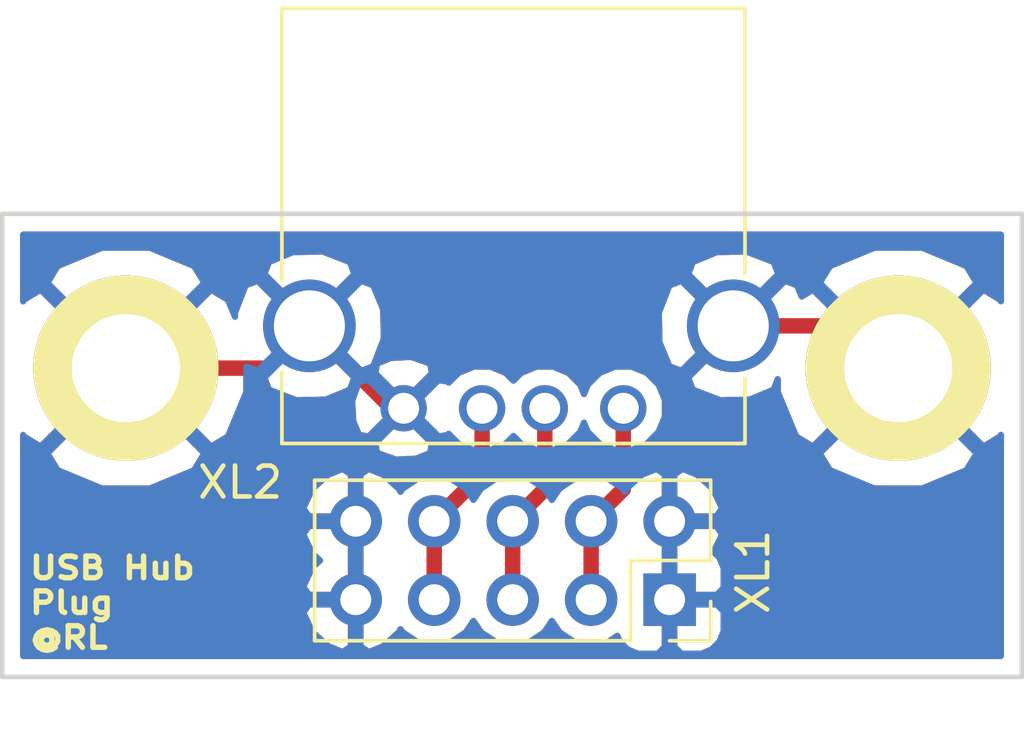
<source format=kicad_pcb>
(kicad_pcb (version 4) (host pcbnew 4.0.2-stable)

  (general
    (links 14)
    (no_connects 0)
    (area 126.924999 88.65 177 131.700001)
    (thickness 1.6)
    (drawings 9)
    (tracks 21)
    (zones 0)
    (modules 4)
    (nets 5)
  )

  (page A4)
  (layers
    (0 F.Cu signal)
    (31 B.Cu signal)
    (32 B.Adhes user)
    (33 F.Adhes user)
    (34 B.Paste user)
    (35 F.Paste user)
    (36 B.SilkS user)
    (37 F.SilkS user)
    (38 B.Mask user)
    (39 F.Mask user)
    (40 Dwgs.User user hide)
    (41 Cmts.User user)
    (42 Eco1.User user)
    (43 Eco2.User user)
    (44 Edge.Cuts user)
    (45 Margin user)
    (46 B.CrtYd user)
    (47 F.CrtYd user)
    (48 B.Fab user)
    (49 F.Fab user)
  )

  (setup
    (last_trace_width 0.25)
    (trace_clearance 0.1)
    (zone_clearance 0.5)
    (zone_45_only no)
    (trace_min 0.2)
    (segment_width 0.2)
    (edge_width 0.15)
    (via_size 0.8)
    (via_drill 0.4)
    (via_min_size 0.4)
    (via_min_drill 0.3)
    (uvia_size 0.7)
    (uvia_drill 0.3)
    (uvias_allowed no)
    (uvia_min_size 0.2)
    (uvia_min_drill 0.1)
    (pcb_text_width 0.3)
    (pcb_text_size 1.5 1.5)
    (mod_edge_width 0.15)
    (mod_text_size 1 1)
    (mod_text_width 0.15)
    (pad_size 1.524 1.524)
    (pad_drill 0.762)
    (pad_to_mask_clearance 0.2)
    (aux_axis_origin 0 0)
    (visible_elements FFFFFF7F)
    (pcbplotparams
      (layerselection 0x000f0_80000001)
      (usegerberextensions false)
      (excludeedgelayer false)
      (linewidth 0.100000)
      (plotframeref false)
      (viasonmask false)
      (mode 1)
      (useauxorigin false)
      (hpglpennumber 1)
      (hpglpenspeed 20)
      (hpglpendiameter 15)
      (hpglpenoverlay 2)
      (psnegative false)
      (psa4output false)
      (plotreference true)
      (plotvalue true)
      (plotinvisibletext false)
      (padsonsilk false)
      (subtractmaskfromsilk false)
      (outputformat 1)
      (mirror false)
      (drillshape 0)
      (scaleselection 1)
      (outputdirectory gerber/))
  )

  (net 0 "")
  (net 1 GND)
  (net 2 +5V)
  (net 3 /DM)
  (net 4 /DP)

  (net_class Default "This is the default net class."
    (clearance 0.1)
    (trace_width 0.25)
    (via_dia 0.8)
    (via_drill 0.4)
    (uvia_dia 0.7)
    (uvia_drill 0.3)
  )

  (net_class Wide ""
    (clearance 0.2)
    (trace_width 0.5)
    (via_dia 0.8)
    (via_drill 0.4)
    (uvia_dia 0.3)
    (uvia_drill 0.1)
    (add_net +5V)
    (add_net /DM)
    (add_net /DP)
    (add_net GND)
  )

  (module PCB:Hole3_5_out6mm (layer F.Cu) (tedit 551FD511) (tstamp 5B76A873)
    (at 156 107)
    (path /5B76A779)
    (fp_text reference HOLE1 (at 0 3.2004) (layer F.SilkS) hide
      (effects (font (size 0.127 0.127) (thickness 0.00254)))
    )
    (fp_text value HOLE_METALLED (at -0.09906 -3.2004) (layer F.SilkS)
      (effects (font (size 0.127 0.127) (thickness 0.00254)))
    )
    (pad H thru_hole circle (at 0 0) (size 6 6) (drill 3.5) (layers *.Cu *.Mask F.SilkS)
      (net 1 GND))
  )

  (module PCB:Hole3_5_out6mm (layer F.Cu) (tedit 551FD511) (tstamp 5B76A878)
    (at 131 107)
    (path /5B76A6D6)
    (fp_text reference HOLE2 (at 0 3.2004) (layer F.SilkS) hide
      (effects (font (size 0.127 0.127) (thickness 0.00254)))
    )
    (fp_text value HOLE_METALLED (at -0.09906 -3.2004) (layer F.SilkS)
      (effects (font (size 0.127 0.127) (thickness 0.00254)))
    )
    (pad H thru_hole circle (at 0 0) (size 6 6) (drill 3.5) (layers *.Cu *.Mask F.SilkS)
      (net 1 GND))
  )

  (module Socket_Strips:Socket_Strip_Straight_2x05_Pitch2.54mm (layer F.Cu) (tedit 5B76AB68) (tstamp 5B76A886)
    (at 148.6 114.5 270)
    (descr "Through hole straight socket strip, 2x05, 2.54mm pitch, double rows")
    (tags "Through hole socket strip THT 2x05 2.54mm double row")
    (path /5B76A7D2)
    (fp_text reference XL1 (at -0.9 -2.7 270) (layer F.SilkS)
      (effects (font (size 1 1) (thickness 0.15)))
    )
    (fp_text value CONN_10 (at 3.4 10.5 360) (layer F.Fab)
      (effects (font (size 1 1) (thickness 0.15)))
    )
    (fp_line (start -3.81 -1.27) (end -3.81 11.43) (layer F.Fab) (width 0.1))
    (fp_line (start -3.81 11.43) (end 1.27 11.43) (layer F.Fab) (width 0.1))
    (fp_line (start 1.27 11.43) (end 1.27 -1.27) (layer F.Fab) (width 0.1))
    (fp_line (start 1.27 -1.27) (end -3.81 -1.27) (layer F.Fab) (width 0.1))
    (fp_line (start 1.33 1.27) (end 1.33 11.49) (layer F.SilkS) (width 0.12))
    (fp_line (start 1.33 11.49) (end -3.87 11.49) (layer F.SilkS) (width 0.12))
    (fp_line (start -3.87 11.49) (end -3.87 -1.33) (layer F.SilkS) (width 0.12))
    (fp_line (start -3.87 -1.33) (end -1.27 -1.33) (layer F.SilkS) (width 0.12))
    (fp_line (start -1.27 -1.33) (end -1.27 1.27) (layer F.SilkS) (width 0.12))
    (fp_line (start -1.27 1.27) (end 1.33 1.27) (layer F.SilkS) (width 0.12))
    (fp_line (start 1.33 0) (end 1.33 -1.33) (layer F.SilkS) (width 0.12))
    (fp_line (start 1.33 -1.33) (end 0.06 -1.33) (layer F.SilkS) (width 0.12))
    (fp_line (start -4.35 -1.8) (end -4.35 11.95) (layer F.CrtYd) (width 0.05))
    (fp_line (start -4.35 11.95) (end 1.8 11.95) (layer F.CrtYd) (width 0.05))
    (fp_line (start 1.8 11.95) (end 1.8 -1.8) (layer F.CrtYd) (width 0.05))
    (fp_line (start 1.8 -1.8) (end -4.35 -1.8) (layer F.CrtYd) (width 0.05))
    (fp_text user %R (at 3.4 5.4 360) (layer F.Fab)
      (effects (font (size 1 1) (thickness 0.15)))
    )
    (pad 1 thru_hole rect (at 0 0 270) (size 1.7 1.7) (drill 1) (layers *.Cu *.Mask)
      (net 1 GND))
    (pad 2 thru_hole oval (at -2.54 0 270) (size 1.7 1.7) (drill 1) (layers *.Cu *.Mask)
      (net 1 GND))
    (pad 3 thru_hole oval (at 0 2.54 270) (size 1.7 1.7) (drill 1) (layers *.Cu *.Mask)
      (net 2 +5V))
    (pad 4 thru_hole oval (at -2.54 2.54 270) (size 1.7 1.7) (drill 1) (layers *.Cu *.Mask)
      (net 2 +5V))
    (pad 5 thru_hole oval (at 0 5.08 270) (size 1.7 1.7) (drill 1) (layers *.Cu *.Mask)
      (net 3 /DM))
    (pad 6 thru_hole oval (at -2.54 5.08 270) (size 1.7 1.7) (drill 1) (layers *.Cu *.Mask)
      (net 3 /DM))
    (pad 7 thru_hole oval (at 0 7.62 270) (size 1.7 1.7) (drill 1) (layers *.Cu *.Mask)
      (net 4 /DP))
    (pad 8 thru_hole oval (at -2.54 7.62 270) (size 1.7 1.7) (drill 1) (layers *.Cu *.Mask)
      (net 4 /DP))
    (pad 9 thru_hole oval (at 0 10.16 270) (size 1.7 1.7) (drill 1) (layers *.Cu *.Mask)
      (net 1 GND))
    (pad 10 thru_hole oval (at -2.54 10.16 270) (size 1.7 1.7) (drill 1) (layers *.Cu *.Mask)
      (net 1 GND))
    (model ${KISYS3DMOD}/Socket_Strips.3dshapes/Socket_Strip_Straight_2x05_Pitch2.54mm.wrl
      (at (xyz -0.05 -0.2 0))
      (scale (xyz 1 1 1))
      (rotate (xyz 0 0 270))
    )
  )

  (module Connect:USB_A (layer F.Cu) (tedit 5B76AB6C) (tstamp 5B76A890)
    (at 147.1 108.3 180)
    (descr "USB A connector")
    (tags "USB USB_A")
    (path /5B76A638)
    (fp_text reference XL2 (at 12.4 -2.4 180) (layer F.SilkS)
      (effects (font (size 1 1) (thickness 0.15)))
    )
    (fp_text value USB_A (at 3.84 7.44 180) (layer F.Fab)
      (effects (font (size 1 1) (thickness 0.15)))
    )
    (fp_line (start -5.3 13.2) (end -5.3 -1.4) (layer F.CrtYd) (width 0.05))
    (fp_line (start 11.95 -1.4) (end 11.95 13.2) (layer F.CrtYd) (width 0.05))
    (fp_line (start -5.3 13.2) (end 11.95 13.2) (layer F.CrtYd) (width 0.05))
    (fp_line (start -5.3 -1.4) (end 11.95 -1.4) (layer F.CrtYd) (width 0.05))
    (fp_line (start 11.05 -1.14) (end 11.05 1.19) (layer F.SilkS) (width 0.12))
    (fp_line (start -3.94 -1.14) (end -3.94 0.98) (layer F.SilkS) (width 0.12))
    (fp_line (start 11.05 -1.14) (end -3.94 -1.14) (layer F.SilkS) (width 0.12))
    (fp_line (start 11.05 12.95) (end -3.94 12.95) (layer F.SilkS) (width 0.12))
    (fp_line (start 11.05 4.15) (end 11.05 12.95) (layer F.SilkS) (width 0.12))
    (fp_line (start -3.94 4.35) (end -3.94 12.95) (layer F.SilkS) (width 0.12))
    (pad 4 thru_hole circle (at 7.11 0 90) (size 1.5 1.5) (drill 1) (layers *.Cu *.Mask)
      (net 1 GND))
    (pad 3 thru_hole circle (at 4.57 0 90) (size 1.5 1.5) (drill 1) (layers *.Cu *.Mask)
      (net 4 /DP))
    (pad 2 thru_hole circle (at 2.54 0 90) (size 1.5 1.5) (drill 1) (layers *.Cu *.Mask)
      (net 3 /DM))
    (pad 1 thru_hole circle (at 0 0 90) (size 1.5 1.5) (drill 1) (layers *.Cu *.Mask)
      (net 2 +5V))
    (pad 5 thru_hole circle (at 10.16 2.67 90) (size 3 3) (drill 2.3) (layers *.Cu *.Mask)
      (net 1 GND))
    (pad 5 thru_hole circle (at -3.56 2.67 90) (size 3 3) (drill 2.3) (layers *.Cu *.Mask)
      (net 1 GND))
    (model ${KISYS3DMOD}/Connectors.3dshapes/USB_A.wrl
      (at (xyz 0.14 0 0))
      (scale (xyz 1 1 1))
      (rotate (xyz 0 0 90))
    )
  )

  (gr_text "USB Hub\nPlug\n@RL" (at 127.8 114.6) (layer F.SilkS)
    (effects (font (size 0.7 0.8) (thickness 0.175)) (justify left))
  )
  (gr_line (start 160 117) (end 160 102) (angle 90) (layer Edge.Cuts) (width 0.15))
  (gr_line (start 127 117) (end 127 102) (angle 90) (layer Edge.Cuts) (width 0.15))
  (gr_line (start 127 117) (end 160 117) (angle 90) (layer Edge.Cuts) (width 0.15))
  (dimension 33 (width 0.3) (layer Dwgs.User)
    (gr_text "33,000 mm" (at 143.5 130.35) (layer Dwgs.User)
      (effects (font (size 1.5 1.5) (thickness 0.3)))
    )
    (feature1 (pts (xy 160 102) (xy 160 131.7)))
    (feature2 (pts (xy 127 102) (xy 127 131.7)))
    (crossbar (pts (xy 127 129) (xy 160 129)))
    (arrow1a (pts (xy 160 129) (xy 158.873496 129.586421)))
    (arrow1b (pts (xy 160 129) (xy 158.873496 128.413579)))
    (arrow2a (pts (xy 127 129) (xy 128.126504 129.586421)))
    (arrow2b (pts (xy 127 129) (xy 128.126504 128.413579)))
  )
  (dimension 15 (width 0.3) (layer Dwgs.User)
    (gr_text "15,000 mm" (at 170.35 109.5 270) (layer Dwgs.User)
      (effects (font (size 1.5 1.5) (thickness 0.3)))
    )
    (feature1 (pts (xy 127 117) (xy 171.7 117)))
    (feature2 (pts (xy 127 102) (xy 171.7 102)))
    (crossbar (pts (xy 169 102) (xy 169 117)))
    (arrow1a (pts (xy 169 117) (xy 168.413579 115.873496)))
    (arrow1b (pts (xy 169 117) (xy 169.586421 115.873496)))
    (arrow2a (pts (xy 169 102) (xy 168.413579 103.126504)))
    (arrow2b (pts (xy 169 102) (xy 169.586421 103.126504)))
  )
  (gr_line (start 127 102) (end 160 102) (angle 90) (layer Edge.Cuts) (width 0.15))
  (dimension 12.5 (width 0.3) (layer Dwgs.User)
    (gr_text "12,500 mm" (at 137.25 90.15) (layer Dwgs.User)
      (effects (font (size 1.5 1.5) (thickness 0.3)))
    )
    (feature1 (pts (xy 143.5 107) (xy 143.5 88.8)))
    (feature2 (pts (xy 131 107) (xy 131 88.8)))
    (crossbar (pts (xy 131 91.5) (xy 143.5 91.5)))
    (arrow1a (pts (xy 143.5 91.5) (xy 142.373496 92.086421)))
    (arrow1b (pts (xy 143.5 91.5) (xy 142.373496 90.913579)))
    (arrow2a (pts (xy 131 91.5) (xy 132.126504 92.086421)))
    (arrow2b (pts (xy 131 91.5) (xy 132.126504 90.913579)))
  )
  (dimension 25 (width 0.3) (layer Dwgs.User)
    (gr_text "25,000 mm" (at 143.5 123.35) (layer Dwgs.User)
      (effects (font (size 1.5 1.5) (thickness 0.3)))
    )
    (feature1 (pts (xy 156 107) (xy 156 124.7)))
    (feature2 (pts (xy 131 107) (xy 131 124.7)))
    (crossbar (pts (xy 131 122) (xy 156 122)))
    (arrow1a (pts (xy 156 122) (xy 154.873496 122.586421)))
    (arrow1b (pts (xy 156 122) (xy 154.873496 121.413579)))
    (arrow2a (pts (xy 131 122) (xy 132.126504 122.586421)))
    (arrow2b (pts (xy 131 122) (xy 132.126504 121.413579)))
  )

  (segment (start 148.6 111.96) (end 151.04 111.96) (width 0.5) (layer F.Cu) (net 1) (status 400000))
  (segment (start 151.04 111.96) (end 156 107) (width 0.5) (layer F.Cu) (net 1) (tstamp 5B76AA19) (status 800000))
  (segment (start 148.6 114.5) (end 148.6 111.96) (width 0.5) (layer F.Cu) (net 1) (status C00000))
  (segment (start 138.44 111.96) (end 138.44 114.5) (width 0.5) (layer F.Cu) (net 1) (status C00000))
  (segment (start 138.44 111.96) (end 138.44 109.85) (width 0.5) (layer F.Cu) (net 1) (status 400000))
  (segment (start 138.44 109.85) (end 139.99 108.3) (width 0.5) (layer F.Cu) (net 1) (tstamp 5B76AA12) (status 800000))
  (segment (start 139.99 108.3) (end 139.61 108.3) (width 0.5) (layer F.Cu) (net 1) (status C00000))
  (segment (start 139.61 108.3) (end 136.94 105.63) (width 0.5) (layer F.Cu) (net 1) (tstamp 5B76AA0F) (status C00000))
  (segment (start 150.66 105.63) (end 154.63 105.63) (width 0.5) (layer F.Cu) (net 1) (status C00000))
  (segment (start 154.63 105.63) (end 156 107) (width 0.5) (layer F.Cu) (net 1) (tstamp 5B76AA0A) (status C00000))
  (segment (start 131 107) (end 135.57 107) (width 0.5) (layer F.Cu) (net 1) (status 400000))
  (segment (start 135.57 107) (end 136.94 105.63) (width 0.5) (layer F.Cu) (net 1) (tstamp 5B76AA05) (status 800000))
  (segment (start 146.06 114.5) (end 146.06 111.96) (width 0.5) (layer F.Cu) (net 2) (status C00000))
  (segment (start 146.06 111.96) (end 147.1 110.92) (width 0.5) (layer F.Cu) (net 2) (tstamp 5B76AA27) (status 400000))
  (segment (start 147.1 110.92) (end 147.1 108.3) (width 0.5) (layer F.Cu) (net 2) (tstamp 5B76AA28) (status 800000))
  (segment (start 143.52 114.5) (end 143.52 111.96) (width 0.5) (layer F.Cu) (net 3) (status C00000))
  (segment (start 143.52 111.96) (end 144.56 110.92) (width 0.5) (layer F.Cu) (net 3) (tstamp 5B76AAB0) (status 400000))
  (segment (start 144.56 110.92) (end 144.56 108.3) (width 0.5) (layer F.Cu) (net 3) (tstamp 5B76AAB1) (status 800000))
  (segment (start 140.98 114.5) (end 140.98 111.96) (width 0.5) (layer F.Cu) (net 4) (status C00000))
  (segment (start 140.98 111.96) (end 142.53 110.41) (width 0.5) (layer F.Cu) (net 4) (tstamp 5B76AAAC) (status 400000))
  (segment (start 142.53 110.41) (end 142.53 108.3) (width 0.5) (layer F.Cu) (net 4) (tstamp 5B76AAAD) (status 800000))

  (zone (net 1) (net_name GND) (layer F.Cu) (tstamp 5B76AA48) (hatch edge 0.508)
    (connect_pads (clearance 0.5))
    (min_thickness 0.2)
    (fill yes (arc_segments 16) (thermal_gap 0.8) (thermal_bridge_width 0.508))
    (polygon
      (pts
        (xy 127 102) (xy 160 102) (xy 160 117) (xy 127 117)
      )
    )
    (filled_polygon
      (pts
        (xy 159.325 104.835053) (xy 159.307436 104.792586) (xy 159.305086 104.789069) (xy 158.759303 104.458486) (xy 156.217789 107)
        (xy 158.759303 109.541514) (xy 159.305086 109.210931) (xy 159.325 109.162927) (xy 159.325 116.325) (xy 127.675 116.325)
        (xy 127.675 114.924804) (xy 136.742332 114.924804) (xy 137.034125 115.542137) (xy 137.539949 116.000814) (xy 138.015198 116.197658)
        (xy 138.286 116.017204) (xy 138.286 114.654) (xy 136.921779 114.654) (xy 136.742332 114.924804) (xy 127.675 114.924804)
        (xy 127.675 112.384804) (xy 136.742332 112.384804) (xy 137.034125 113.002137) (xy 137.28541 113.23) (xy 137.034125 113.457863)
        (xy 136.742332 114.075196) (xy 136.921779 114.346) (xy 138.286 114.346) (xy 138.286 112.114) (xy 136.921779 112.114)
        (xy 136.742332 112.384804) (xy 127.675 112.384804) (xy 127.675 111.535196) (xy 136.742332 111.535196) (xy 136.921779 111.806)
        (xy 138.286 111.806) (xy 138.286 110.442796) (xy 138.594 110.442796) (xy 138.594 111.806) (xy 138.614 111.806)
        (xy 138.614 112.114) (xy 138.594 112.114) (xy 138.594 114.346) (xy 138.614 114.346) (xy 138.614 114.654)
        (xy 138.594 114.654) (xy 138.594 116.017204) (xy 138.864802 116.197658) (xy 139.340051 116.000814) (xy 139.845875 115.542137)
        (xy 139.887756 115.453531) (xy 139.954695 115.553712) (xy 140.425109 115.868032) (xy 140.98 115.978407) (xy 141.534891 115.868032)
        (xy 142.005305 115.553712) (xy 142.25 115.187499) (xy 142.494695 115.553712) (xy 142.965109 115.868032) (xy 143.52 115.978407)
        (xy 144.074891 115.868032) (xy 144.545305 115.553712) (xy 144.79 115.187499) (xy 145.034695 115.553712) (xy 145.505109 115.868032)
        (xy 146.06 115.978407) (xy 146.614891 115.868032) (xy 146.909018 115.671503) (xy 146.987017 115.859809) (xy 147.240191 116.112983)
        (xy 147.570979 116.25) (xy 148.221 116.25) (xy 148.446 116.025) (xy 148.446 114.654) (xy 148.754 114.654)
        (xy 148.754 116.025) (xy 148.979 116.25) (xy 149.629021 116.25) (xy 149.959809 116.112983) (xy 150.212983 115.859809)
        (xy 150.35 115.529021) (xy 150.35 114.879) (xy 150.125 114.654) (xy 148.754 114.654) (xy 148.446 114.654)
        (xy 148.426 114.654) (xy 148.426 114.346) (xy 148.446 114.346) (xy 148.446 112.114) (xy 148.754 112.114)
        (xy 148.754 114.346) (xy 150.125 114.346) (xy 150.35 114.121) (xy 150.35 113.470979) (xy 150.212983 113.140191)
        (xy 150.028039 112.955247) (xy 150.297668 112.384804) (xy 150.118221 112.114) (xy 148.754 112.114) (xy 148.446 112.114)
        (xy 148.426 112.114) (xy 148.426 111.806) (xy 148.446 111.806) (xy 148.446 110.442796) (xy 148.754 110.442796)
        (xy 148.754 111.806) (xy 150.118221 111.806) (xy 150.297668 111.535196) (xy 150.005875 110.917863) (xy 149.500051 110.459186)
        (xy 149.024802 110.262342) (xy 148.754 110.442796) (xy 148.446 110.442796) (xy 148.175198 110.262342) (xy 147.95 110.355617)
        (xy 147.95 109.759303) (xy 153.458486 109.759303) (xy 153.789069 110.305086) (xy 155.222167 110.899588) (xy 156.773684 110.900414)
        (xy 158.207414 110.307436) (xy 158.210931 110.305086) (xy 158.541514 109.759303) (xy 156 107.217789) (xy 153.458486 109.759303)
        (xy 147.95 109.759303) (xy 147.95 109.359007) (xy 148.243807 109.065712) (xy 148.449765 108.56971) (xy 148.450234 108.032647)
        (xy 148.245142 107.536285) (xy 148.015579 107.306321) (xy 149.201468 107.306321) (xy 149.349118 107.696274) (xy 150.239632 108.040642)
        (xy 151.194144 108.018011) (xy 151.970882 107.696274) (xy 152.099808 107.355771) (xy 152.099586 107.773684) (xy 152.692564 109.207414)
        (xy 152.694914 109.210931) (xy 153.240697 109.541514) (xy 155.782211 107) (xy 153.240697 104.458486) (xy 152.875602 104.679626)
        (xy 152.726274 104.319118) (xy 152.51916 104.240697) (xy 153.458486 104.240697) (xy 156 106.782211) (xy 158.541514 104.240697)
        (xy 158.210931 103.694914) (xy 156.777833 103.100412) (xy 155.226316 103.099586) (xy 153.792586 103.692564) (xy 153.789069 103.694914)
        (xy 153.458486 104.240697) (xy 152.51916 104.240697) (xy 152.336321 104.171468) (xy 150.877789 105.63) (xy 150.891931 105.644142)
        (xy 150.674142 105.861931) (xy 150.66 105.847789) (xy 149.201468 107.306321) (xy 148.015579 107.306321) (xy 147.865712 107.156193)
        (xy 147.36971 106.950235) (xy 146.832647 106.949766) (xy 146.336285 107.154858) (xy 145.956193 107.534288) (xy 145.829944 107.83833)
        (xy 145.705142 107.536285) (xy 145.325712 107.156193) (xy 144.82971 106.950235) (xy 144.292647 106.949766) (xy 143.796285 107.154858)
        (xy 143.544895 107.40581) (xy 143.295712 107.156193) (xy 142.79971 106.950235) (xy 142.262647 106.949766) (xy 141.766285 107.154858)
        (xy 141.448975 107.471616) (xy 141.435835 107.439894) (xy 141.123609 107.38418) (xy 140.207789 108.3) (xy 141.123609 109.21582)
        (xy 141.435835 109.160106) (xy 141.447682 109.126648) (xy 141.68 109.359372) (xy 141.68 110.057918) (xy 141.21048 110.527438)
        (xy 140.98 110.481593) (xy 140.425109 110.591968) (xy 139.954695 110.906288) (xy 139.887756 111.006469) (xy 139.845875 110.917863)
        (xy 139.340051 110.459186) (xy 138.864802 110.262342) (xy 138.594 110.442796) (xy 138.286 110.442796) (xy 138.015198 110.262342)
        (xy 137.539949 110.459186) (xy 137.034125 110.917863) (xy 136.742332 111.535196) (xy 127.675 111.535196) (xy 127.675 109.759303)
        (xy 128.458486 109.759303) (xy 128.789069 110.305086) (xy 130.222167 110.899588) (xy 131.773684 110.900414) (xy 133.207414 110.307436)
        (xy 133.210931 110.305086) (xy 133.541514 109.759303) (xy 131 107.217789) (xy 128.458486 109.759303) (xy 127.675 109.759303)
        (xy 127.675 109.164947) (xy 127.692564 109.207414) (xy 127.694914 109.210931) (xy 128.240697 109.541514) (xy 130.782211 107)
        (xy 131.217789 107) (xy 133.759303 109.541514) (xy 133.937451 109.433609) (xy 139.07418 109.433609) (xy 139.129894 109.745835)
        (xy 139.748663 109.964925) (xy 140.404173 109.930547) (xy 140.850106 109.745835) (xy 140.90582 109.433609) (xy 139.99 108.517789)
        (xy 139.07418 109.433609) (xy 133.937451 109.433609) (xy 134.305086 109.210931) (xy 134.783089 108.058663) (xy 138.325075 108.058663)
        (xy 138.359453 108.714173) (xy 138.544165 109.160106) (xy 138.856391 109.21582) (xy 139.772211 108.3) (xy 138.856391 107.38418)
        (xy 138.544165 107.439894) (xy 138.325075 108.058663) (xy 134.783089 108.058663) (xy 134.899588 107.777833) (xy 134.899838 107.306321)
        (xy 135.481468 107.306321) (xy 135.629118 107.696274) (xy 136.519632 108.040642) (xy 137.474144 108.018011) (xy 138.250882 107.696274)
        (xy 138.398532 107.306321) (xy 138.258602 107.166391) (xy 139.07418 107.166391) (xy 139.99 108.082211) (xy 140.90582 107.166391)
        (xy 140.850106 106.854165) (xy 140.231337 106.635075) (xy 139.575827 106.669453) (xy 139.129894 106.854165) (xy 139.07418 107.166391)
        (xy 138.258602 107.166391) (xy 136.94 105.847789) (xy 135.481468 107.306321) (xy 134.899838 107.306321) (xy 134.900028 106.950841)
        (xy 135.263679 107.088532) (xy 136.722211 105.63) (xy 137.157789 105.63) (xy 138.616321 107.088532) (xy 139.006274 106.940882)
        (xy 139.350642 106.050368) (xy 139.330709 105.209632) (xy 148.249358 105.209632) (xy 148.271989 106.164144) (xy 148.593726 106.940882)
        (xy 148.983679 107.088532) (xy 150.442211 105.63) (xy 148.983679 104.171468) (xy 148.593726 104.319118) (xy 148.249358 105.209632)
        (xy 139.330709 105.209632) (xy 139.328011 105.095856) (xy 139.006274 104.319118) (xy 138.616321 104.171468) (xy 137.157789 105.63)
        (xy 136.722211 105.63) (xy 135.263679 104.171468) (xy 134.873726 104.319118) (xy 134.529358 105.209632) (xy 134.532364 105.336428)
        (xy 134.307436 104.792586) (xy 134.305086 104.789069) (xy 133.759303 104.458486) (xy 131.217789 107) (xy 130.782211 107)
        (xy 128.240697 104.458486) (xy 127.694914 104.789069) (xy 127.675 104.837073) (xy 127.675 104.240697) (xy 128.458486 104.240697)
        (xy 131 106.782211) (xy 133.541514 104.240697) (xy 133.367667 103.953679) (xy 135.481468 103.953679) (xy 136.94 105.412211)
        (xy 138.398532 103.953679) (xy 149.201468 103.953679) (xy 150.66 105.412211) (xy 152.118532 103.953679) (xy 151.970882 103.563726)
        (xy 151.080368 103.219358) (xy 150.125856 103.241989) (xy 149.349118 103.563726) (xy 149.201468 103.953679) (xy 138.398532 103.953679)
        (xy 138.250882 103.563726) (xy 137.360368 103.219358) (xy 136.405856 103.241989) (xy 135.629118 103.563726) (xy 135.481468 103.953679)
        (xy 133.367667 103.953679) (xy 133.210931 103.694914) (xy 131.777833 103.100412) (xy 130.226316 103.099586) (xy 128.792586 103.692564)
        (xy 128.789069 103.694914) (xy 128.458486 104.240697) (xy 127.675 104.240697) (xy 127.675 102.675) (xy 159.325 102.675)
      )
    )
  )
  (zone (net 1) (net_name GND) (layer B.Cu) (tstamp 5B76AA5E) (hatch edge 0.508)
    (connect_pads (clearance 0.5))
    (min_thickness 0.2)
    (fill yes (arc_segments 16) (thermal_gap 0.8) (thermal_bridge_width 0.508))
    (polygon
      (pts
        (xy 127 102) (xy 160 102) (xy 160 117) (xy 127 117)
      )
    )
    (filled_polygon
      (pts
        (xy 159.325 104.835053) (xy 159.307436 104.792586) (xy 159.305086 104.789069) (xy 158.759303 104.458486) (xy 156.217789 107)
        (xy 158.759303 109.541514) (xy 159.305086 109.210931) (xy 159.325 109.162927) (xy 159.325 116.325) (xy 127.675 116.325)
        (xy 127.675 114.924804) (xy 136.742332 114.924804) (xy 137.034125 115.542137) (xy 137.539949 116.000814) (xy 138.015198 116.197658)
        (xy 138.286 116.017204) (xy 138.286 114.654) (xy 136.921779 114.654) (xy 136.742332 114.924804) (xy 127.675 114.924804)
        (xy 127.675 112.384804) (xy 136.742332 112.384804) (xy 137.034125 113.002137) (xy 137.28541 113.23) (xy 137.034125 113.457863)
        (xy 136.742332 114.075196) (xy 136.921779 114.346) (xy 138.286 114.346) (xy 138.286 112.114) (xy 136.921779 112.114)
        (xy 136.742332 112.384804) (xy 127.675 112.384804) (xy 127.675 111.535196) (xy 136.742332 111.535196) (xy 136.921779 111.806)
        (xy 138.286 111.806) (xy 138.286 110.442796) (xy 138.594 110.442796) (xy 138.594 111.806) (xy 138.614 111.806)
        (xy 138.614 112.114) (xy 138.594 112.114) (xy 138.594 114.346) (xy 138.614 114.346) (xy 138.614 114.654)
        (xy 138.594 114.654) (xy 138.594 116.017204) (xy 138.864802 116.197658) (xy 139.340051 116.000814) (xy 139.845875 115.542137)
        (xy 139.887756 115.453531) (xy 139.954695 115.553712) (xy 140.425109 115.868032) (xy 140.98 115.978407) (xy 141.534891 115.868032)
        (xy 142.005305 115.553712) (xy 142.25 115.187499) (xy 142.494695 115.553712) (xy 142.965109 115.868032) (xy 143.52 115.978407)
        (xy 144.074891 115.868032) (xy 144.545305 115.553712) (xy 144.79 115.187499) (xy 145.034695 115.553712) (xy 145.505109 115.868032)
        (xy 146.06 115.978407) (xy 146.614891 115.868032) (xy 146.909018 115.671503) (xy 146.987017 115.859809) (xy 147.240191 116.112983)
        (xy 147.570979 116.25) (xy 148.221 116.25) (xy 148.446 116.025) (xy 148.446 114.654) (xy 148.754 114.654)
        (xy 148.754 116.025) (xy 148.979 116.25) (xy 149.629021 116.25) (xy 149.959809 116.112983) (xy 150.212983 115.859809)
        (xy 150.35 115.529021) (xy 150.35 114.879) (xy 150.125 114.654) (xy 148.754 114.654) (xy 148.446 114.654)
        (xy 148.426 114.654) (xy 148.426 114.346) (xy 148.446 114.346) (xy 148.446 112.114) (xy 148.754 112.114)
        (xy 148.754 114.346) (xy 150.125 114.346) (xy 150.35 114.121) (xy 150.35 113.470979) (xy 150.212983 113.140191)
        (xy 150.028039 112.955247) (xy 150.297668 112.384804) (xy 150.118221 112.114) (xy 148.754 112.114) (xy 148.446 112.114)
        (xy 148.426 112.114) (xy 148.426 111.806) (xy 148.446 111.806) (xy 148.446 110.442796) (xy 148.754 110.442796)
        (xy 148.754 111.806) (xy 150.118221 111.806) (xy 150.297668 111.535196) (xy 150.005875 110.917863) (xy 149.500051 110.459186)
        (xy 149.024802 110.262342) (xy 148.754 110.442796) (xy 148.446 110.442796) (xy 148.175198 110.262342) (xy 147.699949 110.459186)
        (xy 147.194125 110.917863) (xy 147.152244 111.006469) (xy 147.085305 110.906288) (xy 146.614891 110.591968) (xy 146.06 110.481593)
        (xy 145.505109 110.591968) (xy 145.034695 110.906288) (xy 144.79 111.272501) (xy 144.545305 110.906288) (xy 144.074891 110.591968)
        (xy 143.52 110.481593) (xy 142.965109 110.591968) (xy 142.494695 110.906288) (xy 142.25 111.272501) (xy 142.005305 110.906288)
        (xy 141.534891 110.591968) (xy 140.98 110.481593) (xy 140.425109 110.591968) (xy 139.954695 110.906288) (xy 139.887756 111.006469)
        (xy 139.845875 110.917863) (xy 139.340051 110.459186) (xy 138.864802 110.262342) (xy 138.594 110.442796) (xy 138.286 110.442796)
        (xy 138.015198 110.262342) (xy 137.539949 110.459186) (xy 137.034125 110.917863) (xy 136.742332 111.535196) (xy 127.675 111.535196)
        (xy 127.675 109.759303) (xy 128.458486 109.759303) (xy 128.789069 110.305086) (xy 130.222167 110.899588) (xy 131.773684 110.900414)
        (xy 133.207414 110.307436) (xy 133.210931 110.305086) (xy 133.541514 109.759303) (xy 131 107.217789) (xy 128.458486 109.759303)
        (xy 127.675 109.759303) (xy 127.675 109.164947) (xy 127.692564 109.207414) (xy 127.694914 109.210931) (xy 128.240697 109.541514)
        (xy 130.782211 107) (xy 131.217789 107) (xy 133.759303 109.541514) (xy 133.937451 109.433609) (xy 139.07418 109.433609)
        (xy 139.129894 109.745835) (xy 139.748663 109.964925) (xy 140.404173 109.930547) (xy 140.817591 109.759303) (xy 153.458486 109.759303)
        (xy 153.789069 110.305086) (xy 155.222167 110.899588) (xy 156.773684 110.900414) (xy 158.207414 110.307436) (xy 158.210931 110.305086)
        (xy 158.541514 109.759303) (xy 156 107.217789) (xy 153.458486 109.759303) (xy 140.817591 109.759303) (xy 140.850106 109.745835)
        (xy 140.90582 109.433609) (xy 139.99 108.517789) (xy 139.07418 109.433609) (xy 133.937451 109.433609) (xy 134.305086 109.210931)
        (xy 134.783089 108.058663) (xy 138.325075 108.058663) (xy 138.359453 108.714173) (xy 138.544165 109.160106) (xy 138.856391 109.21582)
        (xy 139.772211 108.3) (xy 140.207789 108.3) (xy 141.123609 109.21582) (xy 141.435835 109.160106) (xy 141.447682 109.126648)
        (xy 141.764288 109.443807) (xy 142.26029 109.649765) (xy 142.797353 109.650234) (xy 143.293715 109.445142) (xy 143.545105 109.19419)
        (xy 143.794288 109.443807) (xy 144.29029 109.649765) (xy 144.827353 109.650234) (xy 145.323715 109.445142) (xy 145.703807 109.065712)
        (xy 145.830056 108.76167) (xy 145.954858 109.063715) (xy 146.334288 109.443807) (xy 146.83029 109.649765) (xy 147.367353 109.650234)
        (xy 147.863715 109.445142) (xy 148.243807 109.065712) (xy 148.449765 108.56971) (xy 148.450234 108.032647) (xy 148.245142 107.536285)
        (xy 148.015579 107.306321) (xy 149.201468 107.306321) (xy 149.349118 107.696274) (xy 150.239632 108.040642) (xy 151.194144 108.018011)
        (xy 151.970882 107.696274) (xy 152.099808 107.355771) (xy 152.099586 107.773684) (xy 152.692564 109.207414) (xy 152.694914 109.210931)
        (xy 153.240697 109.541514) (xy 155.782211 107) (xy 153.240697 104.458486) (xy 152.875602 104.679626) (xy 152.726274 104.319118)
        (xy 152.51916 104.240697) (xy 153.458486 104.240697) (xy 156 106.782211) (xy 158.541514 104.240697) (xy 158.210931 103.694914)
        (xy 156.777833 103.100412) (xy 155.226316 103.099586) (xy 153.792586 103.692564) (xy 153.789069 103.694914) (xy 153.458486 104.240697)
        (xy 152.51916 104.240697) (xy 152.336321 104.171468) (xy 150.877789 105.63) (xy 150.891931 105.644142) (xy 150.674142 105.861931)
        (xy 150.66 105.847789) (xy 149.201468 107.306321) (xy 148.015579 107.306321) (xy 147.865712 107.156193) (xy 147.36971 106.950235)
        (xy 146.832647 106.949766) (xy 146.336285 107.154858) (xy 145.956193 107.534288) (xy 145.829944 107.83833) (xy 145.705142 107.536285)
        (xy 145.325712 107.156193) (xy 144.82971 106.950235) (xy 144.292647 106.949766) (xy 143.796285 107.154858) (xy 143.544895 107.40581)
        (xy 143.295712 107.156193) (xy 142.79971 106.950235) (xy 142.262647 106.949766) (xy 141.766285 107.154858) (xy 141.448975 107.471616)
        (xy 141.435835 107.439894) (xy 141.123609 107.38418) (xy 140.207789 108.3) (xy 139.772211 108.3) (xy 138.856391 107.38418)
        (xy 138.544165 107.439894) (xy 138.325075 108.058663) (xy 134.783089 108.058663) (xy 134.899588 107.777833) (xy 134.899838 107.306321)
        (xy 135.481468 107.306321) (xy 135.629118 107.696274) (xy 136.519632 108.040642) (xy 137.474144 108.018011) (xy 138.250882 107.696274)
        (xy 138.398532 107.306321) (xy 138.258602 107.166391) (xy 139.07418 107.166391) (xy 139.99 108.082211) (xy 140.90582 107.166391)
        (xy 140.850106 106.854165) (xy 140.231337 106.635075) (xy 139.575827 106.669453) (xy 139.129894 106.854165) (xy 139.07418 107.166391)
        (xy 138.258602 107.166391) (xy 136.94 105.847789) (xy 135.481468 107.306321) (xy 134.899838 107.306321) (xy 134.900028 106.950841)
        (xy 135.263679 107.088532) (xy 136.722211 105.63) (xy 137.157789 105.63) (xy 138.616321 107.088532) (xy 139.006274 106.940882)
        (xy 139.350642 106.050368) (xy 139.330709 105.209632) (xy 148.249358 105.209632) (xy 148.271989 106.164144) (xy 148.593726 106.940882)
        (xy 148.983679 107.088532) (xy 150.442211 105.63) (xy 148.983679 104.171468) (xy 148.593726 104.319118) (xy 148.249358 105.209632)
        (xy 139.330709 105.209632) (xy 139.328011 105.095856) (xy 139.006274 104.319118) (xy 138.616321 104.171468) (xy 137.157789 105.63)
        (xy 136.722211 105.63) (xy 135.263679 104.171468) (xy 134.873726 104.319118) (xy 134.529358 105.209632) (xy 134.532364 105.336428)
        (xy 134.307436 104.792586) (xy 134.305086 104.789069) (xy 133.759303 104.458486) (xy 131.217789 107) (xy 130.782211 107)
        (xy 128.240697 104.458486) (xy 127.694914 104.789069) (xy 127.675 104.837073) (xy 127.675 104.240697) (xy 128.458486 104.240697)
        (xy 131 106.782211) (xy 133.541514 104.240697) (xy 133.367667 103.953679) (xy 135.481468 103.953679) (xy 136.94 105.412211)
        (xy 138.398532 103.953679) (xy 149.201468 103.953679) (xy 150.66 105.412211) (xy 152.118532 103.953679) (xy 151.970882 103.563726)
        (xy 151.080368 103.219358) (xy 150.125856 103.241989) (xy 149.349118 103.563726) (xy 149.201468 103.953679) (xy 138.398532 103.953679)
        (xy 138.250882 103.563726) (xy 137.360368 103.219358) (xy 136.405856 103.241989) (xy 135.629118 103.563726) (xy 135.481468 103.953679)
        (xy 133.367667 103.953679) (xy 133.210931 103.694914) (xy 131.777833 103.100412) (xy 130.226316 103.099586) (xy 128.792586 103.692564)
        (xy 128.789069 103.694914) (xy 128.458486 104.240697) (xy 127.675 104.240697) (xy 127.675 102.675) (xy 159.325 102.675)
      )
    )
  )
)

</source>
